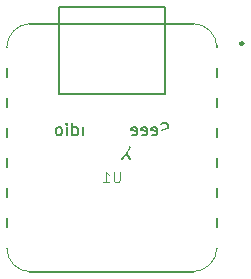
<source format=gbo>
G04 #@! TF.GenerationSoftware,KiCad,Pcbnew,9.0.7*
G04 #@! TF.CreationDate,2026-02-20T22:20:20+11:00*
G04 #@! TF.ProjectId,oled-v2,6f6c6564-2d76-4322-9e6b-696361645f70,rev?*
G04 #@! TF.SameCoordinates,Original*
G04 #@! TF.FileFunction,Legend,Bot*
G04 #@! TF.FilePolarity,Positive*
%FSLAX46Y46*%
G04 Gerber Fmt 4.6, Leading zero omitted, Abs format (unit mm)*
G04 Created by KiCad (PCBNEW 9.0.7) date 2026-02-20 22:20:20*
%MOMM*%
%LPD*%
G01*
G04 APERTURE LIST*
%ADD10C,0.101600*%
%ADD11C,0.150000*%
%ADD12C,0.127000*%
%ADD13C,0.120000*%
%ADD14C,0.254000*%
%ADD15C,0.025400*%
%ADD16R,1.600000X1.600000*%
%ADD17O,1.600000X1.600000*%
%ADD18C,1.700000*%
%ADD19C,4.000000*%
%ADD20C,2.200000*%
%ADD21R,1.700000X1.700000*%
%ADD22O,1.700000X1.700000*%
%ADD23R,3.500000X1.700000*%
%ADD24O,3.600000X1.700000*%
%ADD25O,3.700000X1.700000*%
G04 APERTURE END LIST*
D10*
X123066833Y-65769000D02*
X123066833Y-66488667D01*
X123066833Y-66488667D02*
X123024500Y-66573333D01*
X123024500Y-66573333D02*
X122982166Y-66615667D01*
X122982166Y-66615667D02*
X122897500Y-66658000D01*
X122897500Y-66658000D02*
X122728166Y-66658000D01*
X122728166Y-66658000D02*
X122643500Y-66615667D01*
X122643500Y-66615667D02*
X122601166Y-66573333D01*
X122601166Y-66573333D02*
X122558833Y-66488667D01*
X122558833Y-66488667D02*
X122558833Y-65769000D01*
X121669833Y-66658000D02*
X122177833Y-66658000D01*
X121923833Y-66658000D02*
X121923833Y-65769000D01*
X121923833Y-65769000D02*
X122008500Y-65896000D01*
X122008500Y-65896000D02*
X122093167Y-65980667D01*
X122093167Y-65980667D02*
X122177833Y-66023000D01*
D11*
X127151404Y-62619215D02*
X127008547Y-62666834D01*
X127008547Y-62666834D02*
X126770452Y-62666834D01*
X126770452Y-62666834D02*
X126675214Y-62619215D01*
X126675214Y-62619215D02*
X126627595Y-62571595D01*
X126627595Y-62571595D02*
X126579976Y-62476357D01*
X126579976Y-62476357D02*
X126579976Y-62381119D01*
X126579976Y-62381119D02*
X126627595Y-62285881D01*
X126627595Y-62285881D02*
X126675214Y-62238262D01*
X126675214Y-62238262D02*
X126770452Y-62190643D01*
X126770452Y-62190643D02*
X126960928Y-62143024D01*
X126960928Y-62143024D02*
X127056166Y-62095405D01*
X127056166Y-62095405D02*
X127103785Y-62047786D01*
X127103785Y-62047786D02*
X127151404Y-61952548D01*
X127151404Y-61952548D02*
X127151404Y-61857310D01*
X127151404Y-61857310D02*
X127103785Y-61762072D01*
X127103785Y-61762072D02*
X127056166Y-61714453D01*
X127056166Y-61714453D02*
X126960928Y-61666834D01*
X126960928Y-61666834D02*
X126722833Y-61666834D01*
X126722833Y-61666834D02*
X126579976Y-61714453D01*
X125770452Y-62619215D02*
X125865690Y-62666834D01*
X125865690Y-62666834D02*
X126056166Y-62666834D01*
X126056166Y-62666834D02*
X126151404Y-62619215D01*
X126151404Y-62619215D02*
X126199023Y-62523976D01*
X126199023Y-62523976D02*
X126199023Y-62143024D01*
X126199023Y-62143024D02*
X126151404Y-62047786D01*
X126151404Y-62047786D02*
X126056166Y-62000167D01*
X126056166Y-62000167D02*
X125865690Y-62000167D01*
X125865690Y-62000167D02*
X125770452Y-62047786D01*
X125770452Y-62047786D02*
X125722833Y-62143024D01*
X125722833Y-62143024D02*
X125722833Y-62238262D01*
X125722833Y-62238262D02*
X126199023Y-62333500D01*
X124913309Y-62619215D02*
X125008547Y-62666834D01*
X125008547Y-62666834D02*
X125199023Y-62666834D01*
X125199023Y-62666834D02*
X125294261Y-62619215D01*
X125294261Y-62619215D02*
X125341880Y-62523976D01*
X125341880Y-62523976D02*
X125341880Y-62143024D01*
X125341880Y-62143024D02*
X125294261Y-62047786D01*
X125294261Y-62047786D02*
X125199023Y-62000167D01*
X125199023Y-62000167D02*
X125008547Y-62000167D01*
X125008547Y-62000167D02*
X124913309Y-62047786D01*
X124913309Y-62047786D02*
X124865690Y-62143024D01*
X124865690Y-62143024D02*
X124865690Y-62238262D01*
X124865690Y-62238262D02*
X125341880Y-62333500D01*
X124056166Y-62619215D02*
X124151404Y-62666834D01*
X124151404Y-62666834D02*
X124341880Y-62666834D01*
X124341880Y-62666834D02*
X124437118Y-62619215D01*
X124437118Y-62619215D02*
X124484737Y-62523976D01*
X124484737Y-62523976D02*
X124484737Y-62143024D01*
X124484737Y-62143024D02*
X124437118Y-62047786D01*
X124437118Y-62047786D02*
X124341880Y-62000167D01*
X124341880Y-62000167D02*
X124151404Y-62000167D01*
X124151404Y-62000167D02*
X124056166Y-62047786D01*
X124056166Y-62047786D02*
X124008547Y-62143024D01*
X124008547Y-62143024D02*
X124008547Y-62238262D01*
X124008547Y-62238262D02*
X124484737Y-62333500D01*
X123151404Y-62666834D02*
X123151404Y-61666834D01*
X123151404Y-62619215D02*
X123246642Y-62666834D01*
X123246642Y-62666834D02*
X123437118Y-62666834D01*
X123437118Y-62666834D02*
X123532356Y-62619215D01*
X123532356Y-62619215D02*
X123579975Y-62571595D01*
X123579975Y-62571595D02*
X123627594Y-62476357D01*
X123627594Y-62476357D02*
X123627594Y-62190643D01*
X123627594Y-62190643D02*
X123579975Y-62095405D01*
X123579975Y-62095405D02*
X123532356Y-62047786D01*
X123532356Y-62047786D02*
X123437118Y-62000167D01*
X123437118Y-62000167D02*
X123246642Y-62000167D01*
X123246642Y-62000167D02*
X123151404Y-62047786D01*
X121960927Y-62619215D02*
X121818070Y-62666834D01*
X121818070Y-62666834D02*
X121579975Y-62666834D01*
X121579975Y-62666834D02*
X121484737Y-62619215D01*
X121484737Y-62619215D02*
X121437118Y-62571595D01*
X121437118Y-62571595D02*
X121389499Y-62476357D01*
X121389499Y-62476357D02*
X121389499Y-62381119D01*
X121389499Y-62381119D02*
X121437118Y-62285881D01*
X121437118Y-62285881D02*
X121484737Y-62238262D01*
X121484737Y-62238262D02*
X121579975Y-62190643D01*
X121579975Y-62190643D02*
X121770451Y-62143024D01*
X121770451Y-62143024D02*
X121865689Y-62095405D01*
X121865689Y-62095405D02*
X121913308Y-62047786D01*
X121913308Y-62047786D02*
X121960927Y-61952548D01*
X121960927Y-61952548D02*
X121960927Y-61857310D01*
X121960927Y-61857310D02*
X121913308Y-61762072D01*
X121913308Y-61762072D02*
X121865689Y-61714453D01*
X121865689Y-61714453D02*
X121770451Y-61666834D01*
X121770451Y-61666834D02*
X121532356Y-61666834D01*
X121532356Y-61666834D02*
X121389499Y-61714453D01*
X121103784Y-62000167D02*
X120722832Y-62000167D01*
X120960927Y-61666834D02*
X120960927Y-62523976D01*
X120960927Y-62523976D02*
X120913308Y-62619215D01*
X120913308Y-62619215D02*
X120818070Y-62666834D01*
X120818070Y-62666834D02*
X120722832Y-62666834D01*
X119960927Y-62000167D02*
X119960927Y-62666834D01*
X120389498Y-62000167D02*
X120389498Y-62523976D01*
X120389498Y-62523976D02*
X120341879Y-62619215D01*
X120341879Y-62619215D02*
X120246641Y-62666834D01*
X120246641Y-62666834D02*
X120103784Y-62666834D01*
X120103784Y-62666834D02*
X120008546Y-62619215D01*
X120008546Y-62619215D02*
X119960927Y-62571595D01*
X119056165Y-62666834D02*
X119056165Y-61666834D01*
X119056165Y-62619215D02*
X119151403Y-62666834D01*
X119151403Y-62666834D02*
X119341879Y-62666834D01*
X119341879Y-62666834D02*
X119437117Y-62619215D01*
X119437117Y-62619215D02*
X119484736Y-62571595D01*
X119484736Y-62571595D02*
X119532355Y-62476357D01*
X119532355Y-62476357D02*
X119532355Y-62190643D01*
X119532355Y-62190643D02*
X119484736Y-62095405D01*
X119484736Y-62095405D02*
X119437117Y-62047786D01*
X119437117Y-62047786D02*
X119341879Y-62000167D01*
X119341879Y-62000167D02*
X119151403Y-62000167D01*
X119151403Y-62000167D02*
X119056165Y-62047786D01*
X118579974Y-62666834D02*
X118579974Y-62000167D01*
X118579974Y-61666834D02*
X118627593Y-61714453D01*
X118627593Y-61714453D02*
X118579974Y-61762072D01*
X118579974Y-61762072D02*
X118532355Y-61714453D01*
X118532355Y-61714453D02*
X118579974Y-61666834D01*
X118579974Y-61666834D02*
X118579974Y-61762072D01*
X117960927Y-62666834D02*
X118056165Y-62619215D01*
X118056165Y-62619215D02*
X118103784Y-62571595D01*
X118103784Y-62571595D02*
X118151403Y-62476357D01*
X118151403Y-62476357D02*
X118151403Y-62190643D01*
X118151403Y-62190643D02*
X118103784Y-62095405D01*
X118103784Y-62095405D02*
X118056165Y-62047786D01*
X118056165Y-62047786D02*
X117960927Y-62000167D01*
X117960927Y-62000167D02*
X117818070Y-62000167D01*
X117818070Y-62000167D02*
X117722832Y-62047786D01*
X117722832Y-62047786D02*
X117675213Y-62095405D01*
X117675213Y-62095405D02*
X117627594Y-62190643D01*
X117627594Y-62190643D02*
X117627594Y-62476357D01*
X117627594Y-62476357D02*
X117675213Y-62571595D01*
X117675213Y-62571595D02*
X117722832Y-62619215D01*
X117722832Y-62619215D02*
X117818070Y-62666834D01*
X117818070Y-62666834D02*
X117960927Y-62666834D01*
X123913308Y-63666834D02*
X123246642Y-64666834D01*
X123246642Y-63666834D02*
X123913308Y-64666834D01*
X122865689Y-64666834D02*
X122865689Y-63666834D01*
X122437118Y-64381119D02*
X121960928Y-64381119D01*
X122532356Y-64666834D02*
X122199023Y-63666834D01*
X122199023Y-63666834D02*
X121865690Y-64666834D01*
X121341880Y-63666834D02*
X121151404Y-63666834D01*
X121151404Y-63666834D02*
X121056166Y-63714453D01*
X121056166Y-63714453D02*
X120960928Y-63809691D01*
X120960928Y-63809691D02*
X120913309Y-64000167D01*
X120913309Y-64000167D02*
X120913309Y-64333500D01*
X120913309Y-64333500D02*
X120960928Y-64523976D01*
X120960928Y-64523976D02*
X121056166Y-64619215D01*
X121056166Y-64619215D02*
X121151404Y-64666834D01*
X121151404Y-64666834D02*
X121341880Y-64666834D01*
X121341880Y-64666834D02*
X121437118Y-64619215D01*
X121437118Y-64619215D02*
X121532356Y-64523976D01*
X121532356Y-64523976D02*
X121579975Y-64333500D01*
X121579975Y-64333500D02*
X121579975Y-64000167D01*
X121579975Y-64000167D02*
X121532356Y-63809691D01*
X121532356Y-63809691D02*
X121437118Y-63714453D01*
X121437118Y-63714453D02*
X121341880Y-63666834D01*
D12*
X113489500Y-72212015D02*
X113489500Y-55212015D01*
X115489500Y-53212925D02*
X129289500Y-53212925D01*
X117889500Y-51787985D02*
X117889500Y-59141285D01*
X117889500Y-59141285D02*
X126889500Y-59141285D01*
X126889500Y-51787985D02*
X117889500Y-51787985D01*
X126889500Y-59141285D02*
X126889500Y-51787985D01*
X129289500Y-74212015D02*
X115489500Y-74212015D01*
X131289500Y-55212015D02*
X131289500Y-72212015D01*
D13*
X113489500Y-55212015D02*
G75*
G02*
X115489500Y-53212015I2044610J-44610D01*
G01*
X115489500Y-74212015D02*
G75*
G02*
X113489500Y-72212015I0J2000000D01*
G01*
X129289500Y-53212015D02*
G75*
G02*
X131289500Y-55212015I-44612J-2044612D01*
G01*
X131289500Y-72212015D02*
G75*
G02*
X129289500Y-74212015I-2044857J44857D01*
G01*
D14*
X133516500Y-54912015D02*
G75*
G02*
X133262500Y-54912015I-127000J0D01*
G01*
X133262500Y-54912015D02*
G75*
G02*
X133516500Y-54912015I127000J0D01*
G01*
D15*
X131274167Y-55101542D02*
X131277215Y-55150310D01*
X131270103Y-55052521D01*
X131274167Y-55101542D01*
X113547252Y-72622970D02*
X113537347Y-72574965D01*
X113528456Y-72526705D01*
X113520836Y-72478190D01*
X113514232Y-72429422D01*
X113508899Y-72380654D01*
X113504835Y-72331633D01*
X113501787Y-72282865D01*
X113500008Y-72233589D01*
X113547252Y-72622970D01*
%LPC*%
D16*
X125810000Y-90000000D03*
D17*
X118190000Y-90000000D03*
D18*
X97920000Y-63000000D03*
D19*
X103000000Y-63000000D03*
D18*
X108080000Y-63000000D03*
D20*
X105540000Y-57920000D03*
X99190000Y-60460000D03*
D16*
X106810000Y-90000000D03*
D17*
X99190000Y-90000000D03*
D16*
X144810000Y-71000000D03*
D17*
X137190000Y-71000000D03*
D18*
X78920000Y-63000000D03*
D19*
X84000000Y-63000000D03*
D18*
X89080000Y-63000000D03*
D20*
X86540000Y-57920000D03*
X80190000Y-60460000D03*
D16*
X87810000Y-71000000D03*
D17*
X80190000Y-71000000D03*
D21*
X72040000Y-89500000D03*
D22*
X69500000Y-89500000D03*
X66960000Y-89500000D03*
X64420000Y-89500000D03*
D18*
X135920000Y-63000000D03*
D19*
X141000000Y-63000000D03*
D18*
X146080000Y-63000000D03*
D20*
X143540000Y-57920000D03*
X137190000Y-60460000D03*
D18*
X116920000Y-82000000D03*
D19*
X122000000Y-82000000D03*
D18*
X127080000Y-82000000D03*
D20*
X124540000Y-76920000D03*
X118190000Y-79460000D03*
D18*
X78920000Y-82000000D03*
D19*
X84000000Y-82000000D03*
D18*
X89080000Y-82000000D03*
D20*
X86540000Y-76920000D03*
X80190000Y-79460000D03*
D16*
X125810000Y-71000000D03*
D17*
X118190000Y-71000000D03*
D16*
X87810000Y-90000000D03*
D17*
X80190000Y-90000000D03*
D16*
X144810000Y-90000000D03*
D17*
X137190000Y-90000000D03*
D18*
X135920000Y-82000000D03*
D19*
X141000000Y-82000000D03*
D18*
X146080000Y-82000000D03*
D20*
X143540000Y-76920000D03*
X137190000Y-79460000D03*
D18*
X116920000Y-63000000D03*
D19*
X122000000Y-63000000D03*
D18*
X127080000Y-63000000D03*
D20*
X124540000Y-57920000D03*
X118190000Y-60460000D03*
D16*
X106810000Y-71000000D03*
D17*
X99190000Y-71000000D03*
D18*
X97920000Y-82000000D03*
D19*
X103000000Y-82000000D03*
D18*
X108080000Y-82000000D03*
D20*
X105540000Y-76920000D03*
X99190000Y-79460000D03*
D23*
X131014500Y-56092015D03*
D24*
X131014500Y-58632015D03*
X131014500Y-61172015D03*
X131014500Y-63712015D03*
X131014500Y-66252015D03*
X131014500Y-68792015D03*
X131014500Y-71332015D03*
X113764500Y-71332015D03*
X113764500Y-68792015D03*
X113764500Y-66252015D03*
D25*
X113764500Y-63712015D03*
X113764500Y-61172015D03*
X113764500Y-58632015D03*
X113764500Y-56092015D03*
%LPD*%
M02*

</source>
